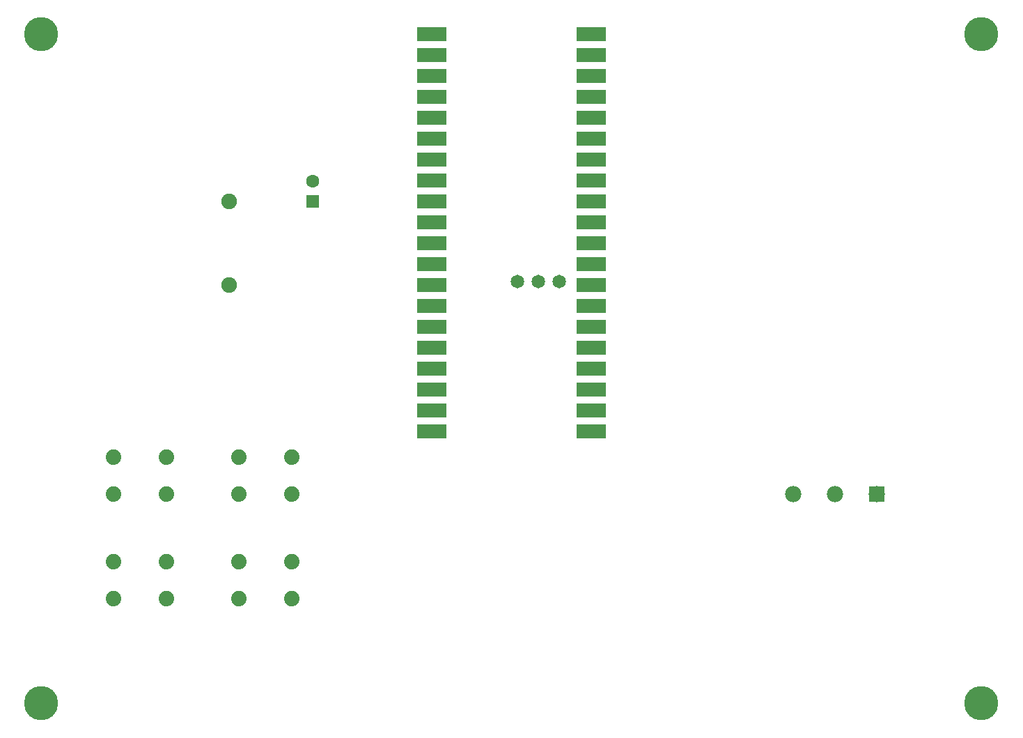
<source format=gtl>
G04 MADE WITH FRITZING*
G04 WWW.FRITZING.ORG*
G04 DOUBLE SIDED*
G04 HOLES PLATED*
G04 CONTOUR ON CENTER OF CONTOUR VECTOR*
%ASAXBY*%
%FSLAX23Y23*%
%MOIN*%
%OFA0B0*%
%SFA1.0B1.0*%
%ADD10C,0.062992*%
%ADD11C,0.075000*%
%ADD12C,0.163386*%
%ADD13C,0.064944*%
%ADD14C,0.078000*%
%ADD15C,0.074000*%
%ADD16R,0.062992X0.062992*%
%ADD17R,0.143667X0.070200*%
%ADD18R,0.144000X0.070200*%
%ADD19R,0.078000X0.078000*%
%LNCOPPER1*%
G90*
G70*
G54D10*
X1514Y2559D03*
X1514Y2658D03*
G54D11*
X1114Y2559D03*
X1114Y2159D03*
G54D12*
X4714Y159D03*
X4714Y3359D03*
X214Y159D03*
X214Y3359D03*
G54D13*
X2114Y3359D03*
X2114Y3259D03*
X2114Y3159D03*
X2114Y3059D03*
X2114Y2959D03*
X2114Y2859D03*
X2114Y2759D03*
X2114Y2659D03*
X2114Y2559D03*
X2114Y2459D03*
X2114Y2359D03*
X2114Y2259D03*
X2114Y2159D03*
X2114Y2059D03*
X2114Y1959D03*
X2114Y1859D03*
X2114Y1759D03*
X2114Y1659D03*
X2114Y1559D03*
X2114Y1459D03*
X2813Y1459D03*
X2813Y1559D03*
X2813Y1659D03*
X2813Y1759D03*
X2813Y1859D03*
X2813Y1959D03*
X2813Y2059D03*
X2813Y2159D03*
X2813Y2259D03*
X2813Y2359D03*
X2813Y2459D03*
X2813Y2559D03*
X2813Y2659D03*
X2813Y2759D03*
X2813Y2859D03*
X2813Y2959D03*
X2813Y3059D03*
X2813Y3159D03*
X2813Y3259D03*
X2813Y3359D03*
X2493Y2176D03*
X2593Y2176D03*
X2693Y2176D03*
G54D14*
X4214Y1159D03*
X4014Y1159D03*
X3814Y1159D03*
G54D15*
X558Y837D03*
X814Y837D03*
X558Y659D03*
X814Y659D03*
X558Y837D03*
X814Y837D03*
X558Y659D03*
X814Y659D03*
X1158Y837D03*
X1414Y837D03*
X1158Y659D03*
X1414Y659D03*
X1158Y837D03*
X1414Y837D03*
X1158Y659D03*
X1414Y659D03*
X1158Y1337D03*
X1414Y1337D03*
X1158Y1159D03*
X1414Y1159D03*
X1158Y1337D03*
X1414Y1337D03*
X1158Y1159D03*
X1414Y1159D03*
X558Y1337D03*
X814Y1337D03*
X558Y1159D03*
X814Y1159D03*
X558Y1337D03*
X814Y1337D03*
X558Y1159D03*
X814Y1159D03*
G54D16*
X1514Y2559D03*
G54D17*
X2081Y3359D03*
G54D18*
X2081Y3259D03*
X2081Y3159D03*
X2081Y3059D03*
X2081Y2959D03*
X2081Y2859D03*
X2081Y2759D03*
X2081Y2659D03*
X2081Y2559D03*
X2081Y2459D03*
X2081Y2359D03*
X2081Y2259D03*
X2081Y2159D03*
X2081Y2059D03*
X2081Y1959D03*
X2081Y1859D03*
X2081Y1759D03*
X2081Y1659D03*
X2081Y1559D03*
X2081Y1459D03*
X2846Y1459D03*
X2846Y1559D03*
X2846Y1659D03*
X2846Y1759D03*
X2846Y1859D03*
X2846Y1959D03*
X2846Y2059D03*
X2846Y2159D03*
X2846Y2259D03*
X2846Y2359D03*
X2846Y2459D03*
X2846Y2559D03*
X2846Y2659D03*
X2846Y2759D03*
X2846Y2859D03*
X2846Y2959D03*
X2846Y3059D03*
X2846Y3159D03*
X2846Y3259D03*
X2846Y3359D03*
G54D19*
X4214Y1159D03*
G04 End of Copper1*
M02*
</source>
